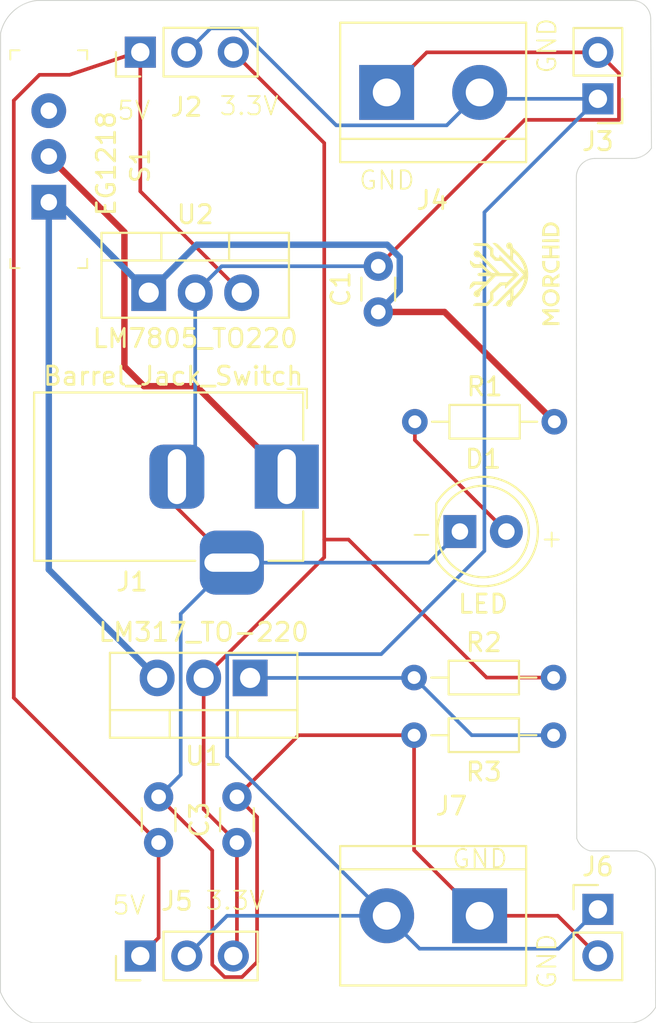
<source format=kicad_pcb>
(kicad_pcb (version 20240108) (generator "pcbnew") (generator_version "8.0")
  (layers (0 "F.Cu" signal) (31 "B.Cu" signal) (34 "B.Paste" user) (35 "F.Paste" user) (36 "B.SilkS" user "B.Silkscreen") (37 "F.SilkS" user "F.Silkscreen") (38 "B.Mask" user) (39 "F.Mask" user) (44 "Edge.Cuts" user))
  (net 0 "")
  (net 1 "/12V")
  (net 2 "GND")
  (net 3 "/5V")
  (net 4 "/3.3V")
  (net 5 "Net-(D1-A)")
  (net 6 "/PWR_input")
  (net 7 "/PWR_output")
  (net 8 "Net-(U1-ADJ)")
  (footprint "Resistor_THT:R_Axial_DIN0204_L3.6mm_D1.6mm_P7.62mm_Horizontal" (layer "F.Cu") (at 90.9574 82.9814)
    (property "Reference" "R2" (at 3.81 -1.92 0) (layer "F.SilkS"))
    (property "Value" "330")
    (fp_line (start 0.94 0) (end 1.89 0) (stroke (width 0.12)) (layer "F.SilkS"))
    (fp_line (start 1.89 -0.92) (end 1.89 0.92) (stroke (width 0.12)) (layer "F.SilkS"))
    (fp_line (start 1.89 0.92) (end 5.73 0.92) (stroke (width 0.12)) (layer "F.SilkS"))
    (fp_line (start 5.73 -0.92) (end 1.89 -0.92) (stroke (width 0.12)) (layer "F.SilkS"))
    (fp_line (start 5.73 0.92) (end 5.73 -0.92) (stroke (width 0.12)) (layer "F.SilkS"))
    (fp_line (start 6.68 0) (end 5.73 0) (stroke (width 0.12)) (layer "F.SilkS"))
    (pad "1" thru_hole circle (at 0 0) (size 1.4 1.4) (drill 0.7) (layers "*.Cu" "*.Mask") (net 8 "Net-(U1-ADJ)"))
    (pad "2" thru_hole oval (at 7.62 0) (size 1.4 1.4) (drill 0.7) (layers "*.Cu" "*.Mask") (net 4 "/3.3V"))
  )
  (footprint "Connector_BarrelJack:BarrelJack_Horizontal" (layer "F.Cu") (at 84 72)
    (property "Reference" "J1" (at -8.45 5.75 0) (layer "F.SilkS"))
    (property "Value" "Barrel_Jack_Switch" (at -6.2 -5.5 0) (layer "F.SilkS"))
    (fp_line (start -13.8 -4.6) (end 0.9 -4.6) (stroke (width 0.12)) (layer "F.SilkS"))
    (fp_line (start -13.8 4.6) (end -13.8 -4.6) (stroke (width 0.12)) (layer "F.SilkS"))
    (fp_line (start -5 4.6) (end -13.8 4.6) (stroke (width 0.12)) (layer "F.SilkS"))
    (fp_line (start 0.05 -4.8) (end 1.1 -4.8) (stroke (width 0.12)) (layer "F.SilkS"))
    (fp_line (start 0.9 -4.6) (end 0.9 -2) (stroke (width 0.12)) (layer "F.SilkS"))
    (fp_line (start 0.9 1.9) (end 0.9 4.6) (stroke (width 0.12)) (layer "F.SilkS"))
    (fp_line (start 0.9 4.6) (end -1 4.6) (stroke (width 0.12)) (layer "F.SilkS"))
    (fp_line (start 1.1 -3.75) (end 1.1 -4.8) (stroke (width 0.12)) (layer "F.SilkS"))
    (pad "1" thru_hole rect (at 0 0) (size 3.5 3.5) (drill oval 1 3) (layers "*.Cu" "*.Mask") (net 6 "/PWR_input"))
    (pad "2" thru_hole roundrect (at -6 0) (size 3 3.5) (drill oval 1 3) (layers "*.Cu" "*.Mask") (net 2 "GND"))
    (pad "3" thru_hole roundrect (at -3 4.7) (size 3.5 3.5) (drill oval 3 1) (layers "*.Cu" "*.Mask") (net 2 "GND"))
  )
  (footprint "Capacitor_THT:C_Disc_D3.0mm_W1.6mm_P2.50mm" (layer "F.Cu") (at 81.28 92 90)
    (property "Reference" "C3" (at 1.25 -2.05 90) (layer "F.SilkS"))
    (property "Value" "1u")
    (fp_line (start 0.621 -0.92) (end 1.879 -0.92) (stroke (width 0.12)) (layer "F.SilkS"))
    (fp_line (start 0.621 0.92) (end 1.879 0.92) (stroke (width 0.12)) (layer "F.SilkS"))
    (pad "1" thru_hole circle (at 0 0 90) (size 1.6 1.6) (drill 0.8) (layers "*.Cu" "*.Mask") (net 4 "/3.3V"))
    (pad "2" thru_hole circle (at 2.5 0 90) (size 1.6 1.6) (drill 0.8) (layers "*.Cu" "*.Mask") (net 2 "GND"))
  )
  (footprint "Package_TO_SOT_THT:TO-220-3_Vertical" (layer "F.Cu") (at 76.46 61.945)
    (property "Reference" "U2" (at 2.54 -4.27 0) (layer "F.SilkS"))
    (property "Value" "LM7805_TO220" (at 2.54 2.5 0) (layer "F.SilkS"))
    (fp_line (start -2.58 -3.27) (end -2.58 1.371) (stroke (width 0.12)) (layer "F.SilkS"))
    (fp_line (start -2.58 -3.27) (end 7.66 -3.27) (stroke (width 0.12)) (layer "F.SilkS"))
    (fp_line (start -2.58 -1.76) (end 7.66 -1.76) (stroke (width 0.12)) (layer "F.SilkS"))
    (fp_line (start -2.58 1.371) (end 7.66 1.371) (stroke (width 0.12)) (layer "F.SilkS"))
    (fp_line (start 0.69 -3.27) (end 0.69 -1.76) (stroke (width 0.12)) (layer "F.SilkS"))
    (fp_line (start 4.391 -3.27) (end 4.391 -1.76) (stroke (width 0.12)) (layer "F.SilkS"))
    (fp_line (start 7.66 -3.27) (end 7.66 1.371) (stroke (width 0.12)) (layer "F.SilkS"))
    (pad "1" thru_hole rect (at 0 0) (size 1.905 2) (drill 1.1) (layers "*.Cu" "*.Mask") (net 1 "/12V"))
    (pad "2" thru_hole oval (at 2.54 0) (size 1.905 2) (drill 1.1) (layers "*.Cu" "*.Mask") (net 2 "GND"))
    (pad "3" thru_hole oval (at 5.08 0) (size 1.905 2) (drill 1.1) (layers "*.Cu" "*.Mask") (net 3 "/5V"))
  )
  (footprint "Capacitor_THT:C_Disc_D3.0mm_W1.6mm_P2.50mm" (layer "F.Cu") (at 77 92 90)
    (property "Reference" "C2" (hide yes))
    (property "Value" "0.1u")
    (fp_line (start 0.621 -0.92) (end 1.879 -0.92) (stroke (width 0.12)) (layer "F.SilkS"))
    (fp_line (start 0.621 0.92) (end 1.879 0.92) (stroke (width 0.12)) (layer "F.SilkS"))
    (pad "1" thru_hole circle (at 0 0 90) (size 1.6 1.6) (drill 0.8) (layers "*.Cu" "*.Mask") (net 3 "/5V"))
    (pad "2" thru_hole circle (at 2.5 0 90) (size 1.6 1.6) (drill 0.8) (layers "*.Cu" "*.Mask") (net 2 "GND"))
  )
  (footprint "Connector_PinHeader_2.54mm:PinHeader_1x02_P2.54mm_Vertical" (layer "F.Cu") (at 101 95.65)
    (property "Reference" "J6" (at 0 -2.33 0) (layer "F.SilkS"))
    (property "Value" "Conn_01x02" (hide yes))
    (fp_line (start -1.33 -1.33) (end 0 -1.33) (stroke (width 0.12)) (layer "F.SilkS"))
    (fp_line (start -1.33 0) (end -1.33 -1.33) (stroke (width 0.12)) (layer "F.SilkS"))
    (fp_line (start -1.33 1.27) (end -1.33 3.87) (stroke (width 0.12)) (layer "F.SilkS"))
    (fp_line (start -1.33 1.27) (end 1.33 1.27) (stroke (width 0.12)) (layer "F.SilkS"))
    (fp_line (start -1.33 3.87) (end 1.33 3.87) (stroke (width 0.12)) (layer "F.SilkS"))
    (fp_line (start 1.33 1.27) (end 1.33 3.87) (stroke (width 0.12)) (layer "F.SilkS"))
    (pad "1" thru_hole rect (at 0 0) (size 1.7 1.7) (drill 1) (layers "*.Cu" "*.Mask") (net 7 "/PWR_output"))
    (pad "2" thru_hole oval (at 0 2.54) (size 1.7 1.7) (drill 1) (layers "*.Cu" "*.Mask") (net 2 "GND"))
  )
  (footprint "Connector_PinHeader_2.54mm:PinHeader_1x02_P2.54mm_Vertical" (layer "F.Cu") (at 101 51.35 180)
    (property "Reference" "J3" (at 0 -2.33 0) (layer "F.SilkS"))
    (property "Value" "Conn_01x02" (hide yes))
    (fp_line (start 1.33 1.27) (end 1.33 3.87) (stroke (width 0.12)) (layer "F.SilkS"))
    (fp_line (start -1.33 3.87) (end 1.33 3.87) (stroke (width 0.12)) (layer "F.SilkS"))
    (fp_line (start -1.33 1.27) (end 1.33 1.27) (stroke (width 0.12)) (layer "F.SilkS"))
    (fp_line (start -1.33 1.27) (end -1.33 3.87) (stroke (width 0.12)) (layer "F.SilkS"))
    (fp_line (start -1.33 0) (end -1.33 -1.33) (stroke (width 0.12)) (layer "F.SilkS"))
    (fp_line (start -1.33 -1.33) (end 0 -1.33) (stroke (width 0.12)) (layer "F.SilkS"))
    (pad "1" thru_hole rect (at 0 0 180) (size 1.7 1.7) (drill 1) (layers "*.Cu" "*.Mask") (net 7 "/PWR_output"))
    (pad "2" thru_hole oval (at 0 2.54 180) (size 1.7 1.7) (drill 1) (layers "*.Cu" "*.Mask") (net 2 "GND"))
  )
  (footprint "digikey-footprints:Switch_Slide_11.6x4mm_EG1218" (layer "F.Cu") (at 71 57 90)
    (property "Reference" "S1" (at 2 5 90) (layer "F.SilkS"))
    (property "Value" "EG1218" (at 2.11 3.14 90) (layer "F.SilkS"))
    (fp_line (start 8.3 -2.1) (end 7.8 -2.1) (stroke (width 0.1)) (layer "F.SilkS"))
    (fp_line (start 8.3 -2.1) (end 8.3 -1.6) (stroke (width 0.1)) (layer "F.SilkS"))
    (fp_line (start -3.6 -2.1) (end -3.1 -2.1) (stroke (width 0.1)) (layer "F.SilkS"))
    (fp_line (start -3.6 -2.1) (end -3.6 -1.6) (stroke (width 0.1)) (layer "F.SilkS"))
    (fp_line (start 8.3 2.1) (end 8.3 1.6) (stroke (width 0.1)) (layer "F.SilkS"))
    (fp_line (start 8.3 2.1) (end 7.8 2.1) (stroke (width 0.1)) (layer "F.SilkS"))
    (fp_line (start -3.6 2.1) (end -3.6 1.6) (stroke (width 0.1)) (layer "F.SilkS"))
    (fp_line (start -3.6 2.1) (end -3.1 2.1) (stroke (width 0.1)) (layer "F.SilkS"))
    (pad "1" thru_hole rect (at 0 0 90) (size 1.9 1.9) (drill 0.9) (layers "*.Cu" "*.Mask") (net 1 "/12V"))
    (pad "2" thru_hole circle (at 2.5 0 90) (size 1.9 1.9) (drill 0.9) (layers "*.Cu" "*.Mask") (net 6 "/PWR_input"))
    (pad "3" thru_hole circle (at 5 0 90) (size 1.9 1.9) (drill 0.9) (layers "*.Cu" "*.Mask"))
  )
  (footprint "Capacitor_THT:C_Disc_D3.0mm_W1.6mm_P2.50mm" (layer "F.Cu") (at 89 63 90)
    (property "Reference" "C1" (at 1.25 -2.05 90) (layer "F.SilkS"))
    (property "Value" "10u")
    (fp_line (start 0.621 -0.92) (end 1.879 -0.92) (stroke (width 0.12)) (layer "F.SilkS"))
    (fp_line (start 0.621 0.92) (end 1.879 0.92) (stroke (width 0.12)) (layer "F.SilkS"))
    (pad "1" thru_hole circle (at 0 0 90) (size 1.6 1.6) (drill 0.8) (layers "*.Cu" "*.Mask") (net 1 "/12V"))
    (pad "2" thru_hole circle (at 2.5 0 90) (size 1.6 1.6) (drill 0.8) (layers "*.Cu" "*.Mask") (net 2 "GND"))
  )
  (footprint "Package_TO_SOT_THT:TO-220-3_Vertical" (layer "F.Cu") (at 82 83 180)
    (property "Reference" "U1" (at 2.54 -4.27 0) (layer "F.SilkS"))
    (property "Value" "LM317_TO-220" (at 2.54 2.5 0) (layer "F.SilkS"))
    (fp_line (start 7.66 -3.27) (end 7.66 1.371) (stroke (width 0.12)) (layer "F.SilkS"))
    (fp_line (start 4.391 -3.27) (end 4.391 -1.76) (stroke (width 0.12)) (layer "F.SilkS"))
    (fp_line (start 0.69 -3.27) (end 0.69 -1.76) (stroke (width 0.12)) (layer "F.SilkS"))
    (fp_line (start -2.58 1.371) (end 7.66 1.371) (stroke (width 0.12)) (layer "F.SilkS"))
    (fp_line (start -2.58 -1.76) (end 7.66 -1.76) (stroke (width 0.12)) (layer "F.SilkS"))
    (fp_line (start -2.58 -3.27) (end 7.66 -3.27) (stroke (width 0.12)) (layer "F.SilkS"))
    (fp_line (start -2.58 -3.27) (end -2.58 1.371) (stroke (width 0.12)) (layer "F.SilkS"))
    (pad "1" thru_hole rect (at 0 0 180) (size 1.905 2) (drill 1.1) (layers "*.Cu" "*.Mask") (net 8 "Net-(U1-ADJ)"))
    (pad "2" thru_hole oval (at 2.54 0 180) (size 1.905 2) (drill 1.1) (layers "*.Cu" "*.Mask") (net 4 "/3.3V"))
    (pad "3" thru_hole oval (at 5.08 0 180) (size 1.905 2) (drill 1.1) (layers "*.Cu" "*.Mask") (net 1 "/12V"))
  )
  (footprint "TerminalBlock:TerminalBlock_bornier-2_P5.08mm" (layer "F.Cu") (at 89.46 51)
    (property "Reference" "J4" (at 2.488 5.896 0) (layer "F.SilkS"))
    (property "Value" "Screw_Terminal_01x02" (hide yes))
    (fp_line (start -2.54 -3.81) (end -2.54 3.81) (stroke (width 0.12)) (layer "F.SilkS"))
    (fp_line (start -2.54 3.81) (end 7.62 3.81) (stroke (width 0.12)) (layer "F.SilkS"))
    (fp_line (start 7.62 -3.81) (end -2.54 -3.81) (stroke (width 0.12)) (layer "F.SilkS"))
    (fp_line (start 7.62 2.54) (end -2.54 2.54) (stroke (width 0.12)) (layer "F.SilkS"))
    (fp_line (start 7.62 3.81) (end 7.62 -3.81) (stroke (width 0.12)) (layer "F.SilkS"))
    (pad "1" thru_hole rect (at 0 0) (size 3 3) (drill 1.52) (layers "*.Cu" "*.Mask") (net 2 "GND"))
    (pad "2" thru_hole circle (at 5.08 0) (size 3 3) (drill 1.52) (layers "*.Cu" "*.Mask") (net 7 "/PWR_output"))
  )
  (footprint "TerminalBlock:TerminalBlock_bornier-2_P5.08mm" (layer "F.Cu") (at 94.54 96 180)
    (property "Reference" "J7" (at 1.54 6 0) (layer "F.SilkS"))
    (property "Value" "Screw_Terminal_01x02" (hide yes))
    (fp_line (start 7.62 3.81) (end 7.62 -3.81) (stroke (width 0.12)) (layer "F.SilkS"))
    (fp_line (start 7.62 2.54) (end -2.54 2.54) (stroke (width 0.12)) (layer "F.SilkS"))
    (fp_line (start 7.62 -3.81) (end -2.54 -3.81) (stroke (width 0.12)) (layer "F.SilkS"))
    (fp_line (start -2.54 3.81) (end 7.62 3.81) (stroke (width 0.12)) (layer "F.SilkS"))
    (fp_line (start -2.54 -3.81) (end -2.54 3.81) (stroke (width 0.12)) (layer "F.SilkS"))
    (pad "1" thru_hole rect (at 0 0 180) (size 3 3) (drill 1.52) (layers "*.Cu" "*.Mask") (net 2 "GND"))
    (pad "2" thru_hole circle (at 5.08 0 180) (size 3 3) (drill 1.52) (layers "*.Cu" "*.Mask") (net 7 "/PWR_output"))
  )
  (footprint "Resistor_THT:R_Axial_DIN0204_L3.6mm_D1.6mm_P7.62mm_Horizontal" (layer "F.Cu") (at 90.9574 86.1314)
    (property "Reference" "R3" (at 3.81 2.0066 0) (layer "F.SilkS"))
    (property "Value" "560")
    (fp_line (start 0.94 0) (end 1.89 0) (stroke (width 0.12)) (layer "F.SilkS"))
    (fp_line (start 1.89 -0.92) (end 1.89 0.92) (stroke (width 0.12)) (layer "F.SilkS"))
    (fp_line (start 1.89 0.92) (end 5.73 0.92) (stroke (width 0.12)) (layer "F.SilkS"))
    (fp_line (start 5.73 -0.92) (end 1.89 -0.92) (stroke (width 0.12)) (layer "F.SilkS"))
    (fp_line (start 5.73 0.92) (end 5.73 -0.92) (stroke (width 0.12)) (layer "F.SilkS"))
    (fp_line (start 6.68 0) (end 5.73 0) (stroke (width 0.12)) (layer "F.SilkS"))
    (pad "1" thru_hole circle (at 0 0) (size 1.4 1.4) (drill 0.7) (layers "*.Cu" "*.Mask") (net 2 "GND"))
    (pad "2" thru_hole oval (at 7.62 0) (size 1.4 1.4) (drill 0.7) (layers "*.Cu" "*.Mask") (net 8 "Net-(U1-ADJ)"))
  )
  (footprint "Connector_PinHeader_2.54mm:PinHeader_1x03_P2.54mm_Vertical" (layer "F.Cu") (at 76 48.8 90)
    (property "Reference" "J2" (at -3 2.525 180) (layer "F.SilkS"))
    (property "Value" "Conn_01x03" (hide yes))
    (fp_line (start -1.33 -1.33) (end 0 -1.33) (stroke (width 0.12)) (layer "F.SilkS"))
    (fp_line (start -1.33 0) (end -1.33 -1.33) (stroke (width 0.12)) (layer "F.SilkS"))
    (fp_line (start 1.33 1.27) (end 1.33 6.41) (stroke (width 0.12)) (layer "F.SilkS"))
    (fp_line (start -1.33 1.27) (end 1.33 1.27) (stroke (width 0.12)) (layer "F.SilkS"))
    (fp_line (start -1.33 1.27) (end -1.33 6.41) (stroke (width 0.12)) (layer "F.SilkS"))
    (fp_line (start -1.33 6.41) (end 1.33 6.41) (stroke (width 0.12)) (layer "F.SilkS"))
    (pad "1" thru_hole rect (at 0 0 90) (size 1.7 1.7) (drill 1) (layers "*.Cu" "*.Mask") (net 3 "/5V"))
    (pad "2" thru_hole oval (at 0 2.54 90) (size 1.7 1.7) (drill 1) (layers "*.Cu" "*.Mask") (net 7 "/PWR_output"))
    (pad "3" thru_hole oval (at 0 5.08 90) (size 1.7 1.7) (drill 1) (layers "*.Cu" "*.Mask") (net 4 "/3.3V"))
  )
  (footprint "Connector_PinHeader_2.54mm:PinHeader_1x03_P2.54mm_Vertical" (layer "F.Cu") (at 76 98.2 90)
    (property "Reference" "J5" (at 3 2 180) (layer "F.SilkS"))
    (property "Value" "Conn_01x03" (hide yes))
    (fp_line (start -1.33 -1.33) (end 0 -1.33) (stroke (width 0.12)) (layer "F.SilkS"))
    (fp_line (start -1.33 0) (end -1.33 -1.33) (stroke (width 0.12)) (layer "F.SilkS"))
    (fp_line (start 1.33 1.27) (end 1.33 6.41) (stroke (width 0.12)) (layer "F.SilkS"))
    (fp_line (start -1.33 1.27) (end 1.33 1.27) (stroke (width 0.12)) (layer "F.SilkS"))
    (fp_line (start -1.33 1.27) (end -1.33 6.41) (stroke (width 0.12)) (layer "F.SilkS"))
    (fp_line (start -1.33 6.41) (end 1.33 6.41) (stroke (width 0.12)) (layer "F.SilkS"))
    (pad "1" thru_hole rect (at 0 0 90) (size 1.7 1.7) (drill 1) (layers "*.Cu" "*.Mask") (net 3 "/5V"))
    (pad "2" thru_hole oval (at 0 2.54 90) (size 1.7 1.7) (drill 1) (layers "*.Cu" "*.Mask") (net 7 "/PWR_output"))
    (pad "3" thru_hole oval (at 0 5.08 90) (size 1.7 1.7) (drill 1) (layers "*.Cu" "*.Mask") (net 4 "/3.3V"))
  )
  (footprint "LED_THT:LED_D5.0mm" (layer "F.Cu") (at 93.46 75)
    (property "Reference" "D1" (at 1.27 -3.96 0) (layer "F.SilkS"))
    (property "Value" "LED" (at 1.27 3.96 0) (layer "F.SilkS"))
    (fp_line (start -1.29 -1.545) (end -1.29 1.545) (stroke (width 0.12)) (layer "F.SilkS"))
    (fp_arc (start -1.29 -1.54483) (mid 2.072002 -2.880433) (end 4.26 0.000462) (stroke (width 0.12)) (layer "F.SilkS"))
    (fp_arc (start 4.26 -0.000462) (mid 2.072002 2.880433) (end -1.29 1.54483) (stroke (width 0.12)) (layer "F.SilkS"))
    (fp_circle (center 1.27 0) (end 3.77 0) (stroke (width 0.12)) (fill none) (layer "F.SilkS"))
    (pad "1" thru_hole rect (at 0 0) (size 1.8 1.8) (drill 0.9) (layers "*.Cu" "*.Mask") (net 2 "GND"))
    (pad "2" thru_hole circle (at 2.54 0) (size 1.8 1.8) (drill 0.9) (layers "*.Cu" "*.Mask") (net 5 "Net-(D1-A)"))
  )
  (footprint "LOGO" (layer "F.Cu") (at 96.52 60.96 90)
    (property "Reference" "G***" (hide yes))
    (property "Value" "LOGO" (hide yes))
    (fp_poly (pts (xy 1.854376 1.434784) (xy 1.92591 1.441681) (xy 1.93185 1.909402) (xy 1.937791 2.377123) (xy 1.860317 2.377123) (xy 1.782842 2.377123) (xy 1.782842 1.902505) (xy 1.782842 1.427887)) (fill solid) (layer "F.SilkS"))
    (fp_poly (pts (xy 1.056499 1.62877) (xy 1.056499 1.826863) (xy 1.243588 1.826863) (xy 1.430676 1.826863) (xy 1.430676 1.62877) (xy 1.430676 1.430676) (xy 1.507712 1.430676) (xy 1.584749 1.430676) (xy 1.584749 1.9039) (xy 1.584749 2.377123) (xy 1.507712 2.377123) (xy 1.430676 2.377123) (xy 1.430676 2.17903) (xy 1.430676 1.980936) (xy 1.243588 1.980936) (xy 1.056499 1.980936) (xy 1.056499 2.17903) (xy 1.056499 2.377123) (xy 0.979463 2.377123) (xy 0.902426 2.377123) (xy 0.902426 1.9039) (xy 0.902426 1.430676) (xy 0.979463 1.430676) (xy 1.056499 1.430676)) (fill solid) (layer "F.SilkS"))
    (fp_poly (pts (xy 2.294584 1.430891) (xy 2.467196 1.446821) (xy 2.610855 1.493155) (xy 2.723781 1.568374) (xy 2.804197 1.670956) (xy 2.850322 1.799381) (xy 2.861352 1.915291) (xy 2.840313 2.051037) (xy 2.779925 2.173284) (xy 2.684286 2.275632) (xy 2.592601 2.335118) (xy 2.535523 2.357747) (xy 2.464796 2.370956) (xy 2.368174 2.376579) (xy 2.311969 2.377123) (xy 2.112998 2.377123) (xy 2.112998 1.9039) (xy 2.112998 1.901254) (xy 2.267071 1.901254) (xy 2.267071 2.22305) (xy 2.387363 2.22305) (xy 2.465428 2.219026) (xy 2.520402 2.202237) (xy 2.572846 2.165609) (xy 2.585184 2.154978) (xy 2.661385 2.061823) (xy 2.698646 1.955643) (xy 2.696532 1.844746) (xy 2.654609 1.737439) (xy 2.610092 1.678153) (xy 2.564015 1.632867) (xy 2.520077 1.607472) (xy 2.461149 1.594639) (xy 2.402323 1.589241) (xy 2.267071 1.579458) (xy 2.267071 1.901254) (xy 2.112998 1.901254) (xy 2.112998 1.430676)) (fill solid) (layer "F.SilkS"))
    (fp_poly (pts (xy 0.748354 1.519476) (xy 0.748354 1.608275) (xy 0.640741 1.594) (xy 0.510054 1.593795) (xy 0.401096 1.628402) (xy 0.317963 1.694868) (xy 0.264753 1.79024) (xy 0.247041 1.877802) (xy 0.252745 2.001291) (xy 0.293417 2.09928) (xy 0.370271 2.174529) (xy 0.380748 2.181387) (xy 0.427553 2.205389) (xy 0.479996 2.217267) (xy 0.552714 2.219264) (xy 0.611171 2.21671) (xy 0.771128 2.207602) (xy 0.756821 2.28686) (xy 0.74656 2.339845) (xy 0.739529 2.369278) (xy 0.738803 2.370914) (xy 0.71208 2.37892) (xy 0.655445 2.384411) (xy 0.582955 2.387062) (xy 0.508663 2.386548) (xy 0.446626 2.382542) (xy 0.420901 2.37827) (xy 0.319933 2.336151) (xy 0.233237 2.261427) (xy 0.166808 2.170429) (xy 0.106589 2.036672) (xy 0.090282 1.899863) (xy 0.117905 1.760263) (xy 0.137854 1.711011) (xy 0.213163 1.58994) (xy 0.313278 1.503688) (xy 0.440204 1.451087) (xy 0.595949 1.430967) (xy 0.619576 1.430676) (xy 0.748354 1.430676)) (fill solid) (layer "F.SilkS"))
    (fp_poly (pts (xy -1.130681 1.450719) (xy -1.00645 1.504149) (xy -0.907336 1.586233) (xy -0.836766 1.691272) (xy -0.798166 1.813567) (xy -0.794961 1.947418) (xy -0.830578 2.087126) (xy -0.852903 2.136458) (xy -0.933305 2.249485) (xy -1.04019 2.331695) (xy -1.165837 2.379984) (xy -1.302524 2.391246) (xy -1.427524 2.367512) (xy -1.532357 2.318846) (xy -1.613544 2.244802) (xy -1.68045 2.136574) (xy -1.686493 2.124004) (xy -1.731719 1.981017) (xy -1.732922 1.858255) (xy -1.580026 1.858255) (xy -1.575471 1.990811) (xy -1.538726 2.095505) (xy -1.471445 2.17029) (xy -1.375283 2.213124) (xy -1.284826 2.22305) (xy -1.203076 2.216843) (xy -1.129001 2.201026) (xy -1.099799 2.189662) (xy -1.026501 2.129428) (xy -0.978937 2.044772) (xy -0.956829 1.945943) (xy -0.959896 1.843194) (xy -0.987861 1.746772) (xy -1.040443 1.66693) (xy -1.115469 1.614698) (xy -1.225494 1.587217) (xy -1.337944 1.590633) (xy -1.439109 1.623063) (xy -1.501786 1.667711) (xy -1.545065 1.719765) (xy -1.568524 1.77715) (xy -1.580026 1.858255) (xy -1.732922 1.858255) (xy -1.733119 1.838166) (xy -1.69086 1.697148) (xy -1.634861 1.599669) (xy -1.546486 1.509281) (xy -1.431181 1.453014) (xy -1.290938 1.431801) (xy -1.276603 1.431643)) (fill solid) (layer "F.SilkS"))
    (fp_poly (pts (xy -1.892894 1.9039) (xy -1.892894 2.377123) (xy -1.969342 2.377123) (xy -2.04579 2.377123) (xy -2.051881 2.055804) (xy -2.057972 1.734484) (xy -2.173981 1.900713) (xy -2.227183 1.975248) (xy -2.272387 2.03547) (xy -2.302822 2.072501) (xy -2.310234 2.079453) (xy -2.340943 2.073627) (xy -2.386364 2.030425) (xy -2.443841 1.952924) (xy -2.505728 1.852867) (xy -2.586222 1.713793) (xy -2.592298 2.045458) (xy -2.598373 2.377123) (xy -2.674837 2.377123) (xy -2.7513 2.377123) (xy -2.754968 1.94792) (xy -2.756198 1.812723) (xy -2.757447 1.690971) (xy -2.758626 1.590158) (xy -2.759647 1.51778) (xy -2.760422 1.481332) (xy -2.760471 1.480199) (xy -2.750889 1.453096) (xy -2.712047 1.442467) (xy -2.686367 1.441681) (xy -2.650086 1.444324) (xy -2.619494 1.456679) (xy -2.587323 1.485385) (xy -2.546306 1.53708) (xy -2.489175 1.618403) (xy -2.482898 1.627542) (xy -2.427585 1.707363) (xy -2.380436 1.773947) (xy -2.347653 1.818613) (xy -2.336808 1.831961) (xy -2.318103 1.822263) (xy -2.281133 1.782009) (xy -2.231343 1.717733) (xy -2.177282 1.640597) (xy -2.115251 1.549637) (xy -2.070574 1.489475) (xy -2.036883 1.453827) (xy -2.007812 1.436408) (xy -1.976992 1.430933) (xy -1.964604 1.430676) (xy -1.892894 1.430676)) (fill solid) (layer "F.SilkS"))
    (fp_poly (pts (xy -0.319298 1.437198) (xy -0.216458 1.455017) (xy -0.140054 1.491526) (xy -0.082304 1.549475) (xy -0.066378 1.573182) (xy -0.030825 1.667121) (xy -0.028039 1.769388) (xy -0.05552 1.86681) (xy -0.110768 1.946217) (xy -0.141932 1.971211) (xy -0.179547 2.000537) (xy -0.183135 2.024172) (xy -0.168641 2.044457) (xy -0.14187 2.078871) (xy -0.098614 2.1382) (xy -0.047188 2.210987) (xy -0.034992 2.228553) (xy 0.067797 2.377123) (xy -0.031162 2.377123) (xy -0.13012 2.377123) (xy -0.219887 2.223421) (xy -0.283439 2.123989) (xy -0.33761 2.062158) (xy -0.387209 2.033861) (xy -0.437042 2.035027) (xy -0.441039 2.036226) (xy -0.463457 2.048566) (xy -0.476517 2.074486) (xy -0.482634 2.123902) (xy -0.484224 2.206733) (xy -0.484229 2.213528) (xy -0.484229 2.377123) (xy -0.572708 2.377123) (xy -0.661187 2.377123) (xy -0.655247 1.909402) (xy -0.653115 1.741547) (xy -0.484229 1.741547) (xy -0.484229 1.898346) (xy -0.36277 1.888273) (xy -0.274625 1.874392) (xy -0.221663 1.848923) (xy -0.209398 1.836024) (xy -0.18159 1.769363) (xy -0.181398 1.693608) (xy -0.208514 1.629705) (xy -0.21251 1.625) (xy -0.253453 1.598126) (xy -0.320009 1.586115) (xy -0.366583 1.584749) (xy -0.484229 1.584749) (xy -0.484229 1.741547) (xy -0.653115 1.741547) (xy -0.649307 1.441681) (xy -0.456356 1.435316)) (fill solid) (layer "F.SilkS"))
    (fp_poly (pts (xy 1.734623 -1.19327) (xy 1.735282 -1.145698) (xy 1.727597 -1.101038) (xy 1.708035 -1.054519) (xy 1.673063 -1.001368) (xy 1.619149 -0.936814) (xy 1.542758 -0.856085) (xy 1.440358 -0.754408) (xy 1.332438 -0.65007) (xy 1.235277 -0.55591) (xy 1.149989 -0.471689) (xy 1.081349 -0.402254) (xy 1.034133 -0.352451) (xy 1.013117 -0.327124) (xy 1.012478 -0.325417) (xy 1.0328 -0.317612) (xy 1.087029 -0.311643) (xy 1.165062 -0.308442) (xy 1.199567 -0.308145) (xy 1.290702 -0.309032) (xy 1.346387 -0.312978) (xy 1.375176 -0.321916) (xy 1.385625 -0.337774) (xy 1.386655 -0.350366) (xy 1.406559 -0.428679) (xy 1.460639 -0.488656) (xy 1.540451 -0.52297) (xy 1.591693 -0.528249) (xy 1.668822 -0.510345) (xy 1.724199 -0.463879) (xy 1.755123 -0.399723) (xy 1.758889 -0.328749) (xy 1.732798 -0.261829) (xy 1.674147 -0.209833) (xy 1.671216 -0.208285) (xy 1.603997 -0.184473) (xy 1.544509 -0.176083) (xy 1.506044 -0.169425) (xy 1.465087 -0.145321) (xy 1.413478 -0.097576) (xy 1.351186 -0.029279) (xy 1.165827 0.163153) (xy 0.973086 0.32818) (xy 0.778784 0.46154) (xy 0.588744 0.55897) (xy 0.505093 0.590309) (xy 0.286436 0.649092) (xy 0.080002 0.675276) (xy -0.130275 0.669988) (xy -0.296996 0.646623) (xy -0.519095 0.58494) (xy -0.741134 0.48075) (xy -0.960802 0.335509) (xy -1.175787 0.150675) (xy -1.317453 0.003858) (xy -1.393658 -0.078557) (xy -1.449266 -0.132062) (xy -1.191559 -0.132062) (xy -1.144733 -0.066301) (xy -1.096309 -0.011113) (xy -1.0213 0.059633) (xy -0.929933 0.137359) (xy -0.832435 0.213485) (xy -0.739035 0.279434) (xy -0.711436 0.297141) (xy -0.634742 0.339125) (xy -0.545878 0.379002) (xy -0.453448 0.414074) (xy -0.366058 0.441645) (xy -0.292313 0.459016) (xy -0.240816 0.463489) (xy -0.23231 0.458907) (xy 0.220104 0.458907) (xy 0.228095 0.470142) (xy 0.256144 0.470356) (xy 0.310369 0.458412) (xy 0.396886 0.433174) (xy 0.452631 0.415703) (xy 0.600207 0.354707) (xy 0.766844 0.259009) (xy 0.909889 0.160672) (xy 0.969365 0.112454) (xy 1.034706 0.052053) (xy 1.097503 -0.011723) (xy 1.149345 -0.070067) (xy 1.181821 -0.114175) (xy 1.188562 -0.131119) (xy 1.167577 -0.142977) (xy 1.108487 -0.15086) (xy 1.017087 -0.154041) (xy 1.005574 -0.154073) (xy 0.822586 -0.154073) (xy 0.521345 0.141816) (xy 0.427619 0.234934) (xy 0.345783 0.318259) (xy 0.280694 0.386678) (xy 0.237207 0.435081) (xy 0.22018 0.458356) (xy 0.220104 0.458907) (xy -0.23231 0.458907) (xy -0.220173 0.452369) (xy -0.220104 0.451166) (xy -0.234966 0.432897) (xy -0.276285 0.388788) (xy -0.339163 0.323896) (xy -0.418702 0.243277) (xy -0.507953 0.154025) (xy -0.795803 -0.132062) (xy -0.993681 -0.132062) (xy -1.191559 -0.132062) (xy -1.449266 -0.132062) (xy -1.449328 -0.132122) (xy -1.491428 -0.162363) (xy -1.526919 -0.174807) (xy -1.544153 -0.176083) (xy -1.634839 -0.192049) (xy -1.704875 -0.234351) (xy -1.749691 -0.294601) (xy -1.764717 -0.364407) (xy -1.745384 -0.435379) (xy -1.70989 -0.480392) (xy -1.642103 -0.519178) (xy -1.565068 -0.526697) (xy -1.490148 -0.507036) (xy -1.428704 -0.464279) (xy -1.392101 -0.402513) (xy -1.386655 -0.364172) (xy -1.385083 -0.337202) (xy -1.374598 -0.320667) (xy -1.346548 -0.312015) (xy -1.29228 -0.308692) (xy -1.203143 -0.308146) (xy -1.196763 -0.308145) (xy -1.006872 -0.308145) (xy -1.101805 -0.412695) (xy -1.150769 -0.46482) (xy -1.223156 -0.539577) (xy -1.310943 -0.62879) (xy -1.406111 -0.72428) (xy -1.456774 -0.774614) (xy -1.716811 -1.031983) (xy -1.716811 -1.158196) (xy -1.716811 -1.284409) (xy -1.128033 -0.705141) (xy -0.986419 -0.565689) (xy -0.847328 -0.428487) (xy -0.715672 -0.298398) (xy -0.596365 -0.180287) (xy -0.494323 -0.079018) (xy -0.414458 0.000544) (xy -0.36649 0.048676) (xy -0.28424 0.130965) (xy -0.201806 0.212066) (xy -0.130902 0.280519) (xy -0.096862 0.312509) (xy 0 0.401794) (xy 0.10455 0.307377) (xy 0.141227 0.272928) (xy 0.205596 0.210998) (xy 0.294076 0.125088) (xy 0.403087 0.018698) (xy 0.529047 -0.104671) (xy 0.668377 -0.241516) (xy 0.817496 -0.388339) (xy 0.968458 -0.537324) (xy 1.727816 -1.287608)) (fill solid) (layer "F.SilkS"))
    (fp_poly (pts (xy -0.663016 -2.520872) (xy -0.599653 -2.508845) (xy -0.549448 -2.493567) (xy -0.532711 -2.484604) (xy -0.490753 -2.450513) (xy -0.439072 -2.405554) (xy -0.434705 -2.401619) (xy -0.374177 -2.346877) (xy -0.373681 -1.993326) (xy -0.373184 -1.639775) (xy -0.230613 -1.496915) (xy -0.088041 -1.354055) (xy -0.088041 -1.699263) (xy -0.08775 -1.829888) (xy -0.086273 -1.923568) (xy -0.082704 -1.987379) (xy -0.07614 -2.028395) (xy -0.065675 -2.053692) (xy -0.050403 -2.070344) (xy -0.039539 -2.078443) (xy 0.002772 -2.100264) (xy 0.03946 -2.091579) (xy 0.054005 -2.082598) (xy 0.074525 -2.064132) (xy 0.088643 -2.035157) (xy 0.098191 -1.986991) (xy 0.105 -1.910948) (xy 0.110052 -1.816819) (xy 0.121057 -1.580856) (xy 0.247617 -1.724261) (xy 0.374177 -1.867666) (xy 0.374177 -2.098671) (xy 0.374177 -2.329677) (xy 0.478726 -2.419289) (xy 0.543542 -2.470749) (xy 0.595344 -2.497844) (xy 0.651576 -2.507995) (xy 0.68972 -2.509043) (xy 0.796165 -2.509185) (xy 0.684218 -2.368499) (xy 0.628353 -2.296224) (xy 0.59502 -2.243625) (xy 0.578431 -2.196676) (xy 0.572798 -2.14135) (xy 0.572271 -2.097181) (xy 0.572271 -1.966549) (xy 0.638302 -1.976241) (xy 0.684298 -1.976971) (xy 0.704305 -1.965359) (xy 0.704333 -1.964748) (xy 0.689295 -1.942616) (xy 0.647981 -1.89628) (xy 0.586093 -1.831789) (xy 0.509332 -1.755192) (xy 0.47897 -1.725638) (xy 0.356391 -1.60632) (xy 0.262312 -1.512148) (xy 0.193019 -1.438267) (xy 0.1448 -1.379821) (xy 0.11394 -1.331954) (xy 0.096726 -1.289811) (xy 0.089446 -1.248534) (xy 0.088271 -1.214736) (xy 0.0885 -1.111525) (xy 0.521391 -1.546581) (xy 0.954282 -1.981638) (xy 0.949403 -2.088573) (xy 0.949758 -2.157427) (xy 0.963738 -2.201811) (xy 0.998745 -2.240831) (xy 1.013205 -2.2533) (xy 1.087524 -2.300251) (xy 1.157351 -2.307467) (xy 1.217522 -2.285486) (xy 1.28608 -2.230953) (xy 1.31701 -2.156954) (xy 1.319924 -2.120175) (xy 1.309356 -2.061517) (xy 1.269518 -2.013594) (xy 1.250973 -1.999118) (xy 1.219084 -1.971807) (xy 1.160115 -1.917465) (xy 1.078228 -1.840075) (xy 0.977582 -1.74362) (xy 0.86234 -1.632082) (xy 0.736662 -1.509444) (xy 0.634682 -1.40925) (xy 0.088042 -0.870581) (xy 0.088042 -0.502895) (xy 0.088042 -0.135209) (xy 0.418198 -0.466556) (xy 0.748354 -0.797903) (xy 0.748354 -0.966355) (xy 0.748354 -1.134807) (xy 0.886511 -1.271736) (xy 1.024668 -1.408665) (xy 1.178901 -1.408665) (xy 1.333133 -1.408665) (xy 1.447936 -1.524912) (xy 1.562738 -1.641159) (xy 1.562738 -1.94311) (xy 1.5633 -2.065703) (xy 1.565656 -2.152192) (xy 1.570813 -2.210484) (xy 1.579776 -2.248488) (xy 1.593553 -2.274113) (xy 1.606759 -2.289081) (xy 1.658186 -2.325748) (xy 1.700664 -2.329211) (xy 1.72266 -2.305587) (xy 1.725695 -2.2752) (xy 1.727312 -2.208839) (xy 1.727474 -2.114524) (xy 1.726147 -2.000281) (xy 1.72441 -1.916714) (xy 1.715601 -1.555357) (xy 1.57116 -1.39397) (xy 1.426719 -1.232582) (xy 1.261661 -1.232582) (xy 1.175964 -1.231456) (xy 1.119834 -1.22495) (xy 1.078822 -1.208371) (xy 1.03848 -1.177025) (xy 1.01052 -1.15101) (xy 0.956782 -1.093582) (xy 0.930981 -1.044088) (xy 0.924437 -0.987261) (xy 0.927607 -0.933022) (xy 0.945663 -0.908494) (xy 0.991418 -0.899418) (xy 1.004427 -0.898252) (xy 1.084416 -0.891421) (xy 0.55011 -0.357669) (xy 0.424092 -0.232174) (xy 0.307893 -0.117212) (xy 0.205176 -0.016346) (xy 0.119603 0.066856) (xy 0.054838 0.128829) (xy 0.014544 0.166008) (xy 0.002399 0.175504) (xy -0.016168 0.160369) (xy -0.061279 0.118126) (xy -0.128574 0.053023) (xy -0.213698 -0.030697) (xy -0.312292 -0.128786) (xy -0.392902 -0.209678) (xy -0.7748 -0.594281) (xy -0.68454 -0.594281) (xy -0.594281 -0.594281) (xy -0.594281 -0.691166) (xy -0.595857 -0.731331) (xy -0.603746 -0.76631) (xy -0.622692 -0.803251) (xy -0.657436 -0.849304) (xy -0.712722 -0.911619) (xy -0.793291 -0.997345) (xy -0.806833 -1.011595) (xy -1.019386 -1.235138) (xy -1.204803 -1.230679) (xy -1.390219 -1.226219) (xy -1.553515 -1.388425) (xy -1.716811 -1.550631) (xy -1.716811 -1.941867) (xy -1.71657 -2.081808) (xy -1.715412 -2.18373) (xy -1.712688 -2.253634) (xy -1.707746 -2.297522) (xy -1.699935 -2.321394) (xy -1.688605 -2.331252) (xy -1.674388 -2.333102) (xy -1.632139 -2.316794) (xy -1.588121 -2.277325) (xy -1.586346 -2.275108) (xy -1.567817 -2.247598) (xy -1.555074 -2.214882) (xy -1.547057 -2.168636) (xy -1.542707 -2.100533) (xy -1.540964 -2.002248) (xy -1.540728 -1.916611) (xy -1.540728 -1.616109) (xy -1.435422 -1.512387) (xy -1.330117 -1.408665) (xy -1.143454 -1.408665) (xy -0.956792 -1.408665) (xy -0.687495 -1.13872) (xy -0.418197 -0.868775) (xy -0.418197 -0.679526) (xy -0.418197 -0.490276) (xy -0.253119 -0.316967) (xy -0.088041 -0.143659) (xy -0.088041 -0.625031) (xy -0.088041 -1.106403) (xy -0.52078 -1.530707) (xy -0.649277 -1.6564) (xy -0.750548 -1.754381) (xy -0.828607 -1.827952) (xy -0.887466 -1.880414) (xy -0.93114 -1.915072) (xy -0.963641 -1.935227) (xy -0.988982 -1.944183) (xy -1.011177 -1.945241) (xy -1.022735 -1.943778) (xy -1.093652 -1.951111) (xy -1.161219 -1.988121) (xy -1.212003 -2.044165) (xy -1.232571 -2.108597) (xy -1.232582 -2.110057) (xy -1.216956 -2.178216) (xy -1.178507 -2.248625) (xy -1.134811 -2.294247) (xy -1.071415 -2.314007) (xy -0.998754 -2.301357) (xy -0.929275 -2.262183) (xy -0.875424 -2.202368) (xy -0.85701 -2.162904) (xy -0.818808 -2.091942) (xy -0.748081 -2.006659) (xy -0.695602 -1.954657) (xy -0.561265 -1.829331) (xy -0.554921 -2.027352) (xy -0.548577 -2.225374) (xy -0.670476 -2.364218) (xy -0.726239 -2.429505) (xy -0.768597 -2.482474) (xy -0.790695 -2.514419) (xy -0.792374 -2.518962) (xy -0.773345 -2.527778) (xy -0.725569 -2.527799)) (fill solid) (layer "F.SilkS"))
  )
  (footprint "Resistor_THT:R_Axial_DIN0204_L3.6mm_D1.6mm_P7.62mm_Horizontal" (layer "F.Cu") (at 91 69)
    (property "Reference" "R1" (at 3.81 -1.92 0) (layer "F.SilkS"))
    (property "Value" "330")
    (fp_line (start 0.94 0) (end 1.89 0) (stroke (width 0.12)) (layer "F.SilkS"))
    (fp_line (start 1.89 -0.92) (end 1.89 0.92) (stroke (width 0.12)) (layer "F.SilkS"))
    (fp_line (start 1.89 0.92) (end 5.73 0.92) (stroke (width 0.12)) (layer "F.SilkS"))
    (fp_line (start 5.73 -0.92) (end 1.89 -0.92) (stroke (width 0.12)) (layer "F.SilkS"))
    (fp_line (start 5.73 0.92) (end 5.73 -0.92) (stroke (width 0.12)) (layer "F.SilkS"))
    (fp_line (start 6.68 0) (end 5.73 0) (stroke (width 0.12)) (layer "F.SilkS"))
    (pad "1" thru_hole circle (at 0 0) (size 1.4 1.4) (drill 0.7) (layers "*.Cu" "*.Mask") (net 5 "Net-(D1-A)"))
    (pad "2" thru_hole oval (at 7.62 0) (size 1.4 1.4) (drill 0.7) (layers "*.Cu" "*.Mask") (net 1 "/12V"))
  )
  (gr_line (start 72.136 50.038) (end 75.184 49.022) (stroke (width 0.2)) (layer "F.Cu") (net 3))
  (gr_arc (start 99.822 55.626) (mid 100.11958 54.90758) (end 100.838 54.61) (stroke (width 0.05)) (layer "Edge.Cuts"))
  (gr_arc (start 70.104 101.853999) (mid 69.051397 101.195315) (end 68.359645 100.164142) (stroke (width 0.05)) (layer "Edge.Cuts"))
  (gr_arc (start 102.87 45.974) (mid 103.58842 46.27158) (end 103.886 46.99) (stroke (width 0.05)) (layer "Edge.Cuts"))
  (gr_line (start 102.87 54.61) (end 100.838 54.61) (stroke (width 0.05)) (layer "Edge.Cuts"))
  (gr_arc (start 100.584 92.455999) (mid 100.126434 92.208403) (end 99.844474 91.771175) (stroke (width 0.05)) (layer "Edge.Cuts"))
  (gr_line (start 102.87 101.854) (end 70.104 101.853999) (stroke (width 0.05)) (layer "Edge.Cuts"))
  (gr_line (start 68.359645 100.164142) (end 68.366704 47.761045) (stroke (width 0.05)) (layer "Edge.Cuts"))
  (gr_arc (start 103.926704 54.044469) (mid 103.46926 54.459727) (end 102.87 54.61) (stroke (width 0.05)) (layer "Edge.Cuts"))
  (gr_line (start 103.886 46.99) (end 103.926704 54.044469) (stroke (width 0.05)) (layer "Edge.Cuts"))
  (gr_arc (start 103.124 92.456001) (mid 103.785809 92.810191) (end 104.139999 93.472) (stroke (width 0.05)) (layer "Edge.Cuts"))
  (gr_arc (start 68.366704 47.761045) (mid 69.07577 46.548186) (end 70.358 45.974001) (stroke (width 0.05)) (layer "Edge.Cuts"))
  (gr_line (start 70.358 45.974001) (end 102.87 45.974) (stroke (width 0.05)) (layer "Edge.Cuts"))
  (gr_arc (start 104.156101 101.000061) (mid 103.60948 101.572261) (end 102.87 101.854) (stroke (width 0.05)) (layer "Edge.Cuts"))
  (gr_line (start 104.139999 93.472) (end 104.156101 101.000061) (stroke (width 0.05)) (layer "Edge.Cuts"))
  (gr_line (start 99.844474 91.771175) (end 99.822 55.626) (stroke (width 0.05)) (layer "Edge.Cuts"))
  (gr_line (start 100.584 92.455999) (end 103.124 92.456001) (stroke (width 0.05)) (layer "Edge.Cuts"))
  (gr_text "5V\n" (at 74.676 52.578 0) (layer "F.SilkS") (effects (font (size 1 1) (thickness 0.1)) (justify left bottom)))
  (gr_text "GND\n" (at 98.806 100.076 90) (layer "F.SilkS") (effects (font (size 1 1) (thickness 0.1)) (justify left bottom)))
  (gr_text "GND\n" (at 87.884 56.388 0) (layer "F.SilkS") (effects (font (size 1 1) (thickness 0.1)) (justify left bottom)))
  (gr_text "5V\n" (at 74.407925 96.012 0) (layer "F.SilkS") (effects (font (size 1 1) (thickness 0.1)) (justify left bottom)))
  (gr_text "3.3V" (at 80.264 52.324 0) (layer "F.SilkS") (effects (font (size 1 1) (thickness 0.1)) (justify left bottom)))
  (gr_text "GND\n" (at 92.964 93.472 0) (layer "F.SilkS") (effects (font (size 1 1) (thickness 0.1)) (justify left bottom)))
  (gr_text "+\n" (at 97.79 75.946 0) (layer "F.SilkS") (effects (font (size 1 1) (thickness 0.1)) (justify left bottom)))
  (gr_text "GND\n" (at 98.806 50.038 90) (layer "F.SilkS") (effects (font (size 1 1) (thickness 0.1)) (justify left bottom)))
  (gr_text "3.3V" (at 79.502 95.758 0) (layer "F.SilkS") (effects (font (size 1 1) (thickness 0.1)) (justify left bottom)))
  (gr_text "-\n" (at 90.678 75.692 0) (layer "F.SilkS") (effects (font (size 1 1) (thickness 0.1)) (justify left bottom)))
  (segment (start 98.62 69) (end 92.62 63) (width 0.35) (layer "F.Cu") (net 1))
  (segment (start 92.62 63) (end 89 63) (width 0.35) (layer "F.Cu") (net 1))
  (segment (start 71.515 57) (end 71 57) (width 0.35) (layer "B.Cu") (net 1))
  (segment (start 89.486701 59.325) (end 79.08 59.325) (width 0.35) (layer "B.Cu") (net 1))
  (segment (start 90.175 60.013299) (end 89.486701 59.325) (width 0.35) (layer "B.Cu") (net 1))
  (segment (start 89 63) (end 90.175 61.825) (width 0.35) (layer "B.Cu") (net 1))
  (segment (start 76.46 61.945) (end 71.515 57) (width 0.35) (layer "B.Cu") (net 1))
  (segment (start 79.08 59.325) (end 76.46 61.945) (width 0.35) (layer "B.Cu") (net 1))
  (segment (start 76.92 83) (end 71 77.08) (width 0.35) (layer "B.Cu") (net 1))
  (segment (start 71 77.08) (end 71 57) (width 0.35) (layer "B.Cu") (net 1))
  (segment (start 90.175 61.825) (end 90.175 60.013299) (width 0.35) (layer "B.Cu") (net 1))
  (segment (start 90.9574 92.4174) (end 94.54 96) (width 0.2) (layer "F.Cu") (net 2))
  (segment (start 101 48.81) (end 91.65 48.81) (width 0.2) (layer "F.Cu") (net 2))
  (segment (start 81 76.7) (end 78 73.7) (width 0.2) (layer "F.Cu") (net 2))
  (segment (start 82.38 90.6) (end 82.38 98.526346) (width 0.2) (layer "F.Cu") (net 2))
  (segment (start 79.93 92.43) (end 77 89.5) (width 0.2) (layer "F.Cu") (net 2))
  (segment (start 90.9574 86.1314) (end 84.6486 86.1314) (width 0.2) (layer "F.Cu") (net 2))
  (segment (start 101 48.81) (end 102.15 49.96) (width 0.2) (layer "F.Cu") (net 2))
  (segment (start 90.9574 86.1314) (end 90.9574 92.4174) (width 0.2) (layer "F.Cu") (net 2))
  (segment (start 81.556346 99.35) (end 80.603654 99.35) (width 0.2) (layer "F.Cu") (net 2))
  (segment (start 102.15 52.5) (end 97 52.5) (width 0.2) (layer "F.Cu") (net 2))
  (segment (start 84.6486 86.1314) (end 81.28 89.5) (width 0.2) (layer "F.Cu") (net 2))
  (segment (start 78 73.7) (end 78 72) (width 0.2) (layer "F.Cu") (net 2))
  (segment (start 82.38 98.526346) (end 81.556346 99.35) (width 0.2) (layer "F.Cu") (net 2))
  (segment (start 91.65 48.81) (end 89.46 51) (width 0.2) (layer "F.Cu") (net 2))
  (segment (start 98.81 96) (end 101 98.19) (width 0.2) (layer "F.Cu") (net 2))
  (segment (start 79.93 98.676346) (end 79.93 92.43) (width 0.2) (layer "F.Cu") (net 2))
  (segment (start 97 52.5) (end 89 60.5) (width 0.2) (layer "F.Cu") (net 2))
  (segment (start 81.28 89.5) (end 82.38 90.6) (width 0.2) (layer "F.Cu") (net 2))
  (segment (start 102.15 49.96) (end 102.15 52.5) (width 0.2) (layer "F.Cu") (net 2))
  (segment (start 80.603654 99.35) (end 79.93 98.676346) (width 0.2) (layer "F.Cu") (net 2))
  (segment (start 94.54 96) (end 98.81 96) (width 0.2) (layer "F.Cu") (net 2))
  (segment (start 79 61.945) (end 79 71) (width 0.2) (layer "B.Cu") (net 2))
  (segment (start 81 76.7) (end 91.76 76.7) (width 0.2) (layer "B.Cu") (net 2))
  (segment (start 79 71) (end 78 72) (width 0.2) (layer "B.Cu") (net 2))
  (segment (start 78.2075 88.2925) (end 77 89.5) (width 0.2) (layer "B.Cu") (net 2))
  (segment (start 89 60.5) (end 80.445 60.5) (width 0.2) (layer "B.Cu") (net 2))
  (segment (start 78.2075 79.4925) (end 78.2075 88.2925) (width 0.2) (layer "B.Cu") (net 2))
  (segment (start 81 76.7) (end 78.2075 79.4925) (width 0.2) (layer "B.Cu") (net 2))
  (segment (start 91.76 76.7) (end 93.46 75) (width 0.2) (layer "B.Cu") (net 2))
  (segment (start 80.445 60.5) (end 79 61.945) (width 0.2) (layer "B.Cu") (net 2))
  (segment (start 76 48.8) (end 76 56.405) (width 0.2) (layer "F.Cu") (net 3))
  (segment (start 70.49038 50.038) (end 69.088 51.44038) (width 0.2) (layer "F.Cu") (net 3))
  (segment (start 77 97.2) (end 76 98.2) (width 0.2) (layer "F.Cu") (net 3))
  (segment (start 77 92) (end 77 97.2) (width 0.2) (layer "F.Cu") (net 3))
  (segment (start 72.136 50.038) (end 70.49038 50.038) (width 0.2) (layer "F.Cu") (net 3))
  (segment (start 69.088 84.088) (end 77 92) (width 0.2) (layer "F.Cu") (net 3))
  (segment (start 69.088 51.44038) (end 69.088 84.088) (width 0.2) (layer "F.Cu") (net 3))
  (segment (start 76 56.405) (end 81.54 61.945) (width 0.2) (layer "F.Cu") (net 3))
  (segment (start 81.28 92) (end 81.28 98) (width 0.2) (layer "F.Cu") (net 4))
  (segment (start 81.08 48.8) (end 86.05 53.77) (width 0.2) (layer "F.Cu") (net 4))
  (segment (start 87.376 75.438) (end 94.9194 82.9814) (width 0.2) (layer "F.Cu") (net 4))
  (segment (start 86.05 75.438) (end 87.376 75.438) (width 0.2) (layer "F.Cu") (net 4))
  (segment (start 79.46 90.18) (end 81.28 92) (width 0.2) (layer "F.Cu") (net 4))
  (segment (start 86.05 53.77) (end 86.05 75.438) (width 0.2) (layer "F.Cu") (net 4))
  (segment (start 94.9194 82.9814) (end 98.5774 82.9814) (width 0.2) (layer "F.Cu") (net 4))
  (segment (start 79.46 83) (end 79.46 90.18) (width 0.2) (layer "F.Cu") (net 4))
  (segment (start 81.28 98) (end 81.08 98.2) (width 0.2) (layer "F.Cu") (net 4))
  (segment (start 86.05 75.438) (end 86.05 76.41) (width 0.2) (layer "F.Cu") (net 4))
  (segment (start 86.05 76.41) (end 79.46 83) (width 0.2) (layer "F.Cu") (net 4))
  (segment (start 96 75) (end 91 70) (width 0.2) (layer "F.Cu") (net 5))
  (segment (start 91 70) (end 91 69) (width 0.2) (layer "F.Cu") (net 5))
  (segment (start 75.1325 58.6325) (end 75.1325 65.9885) (width 0.35) (layer "F.Cu") (net 6))
  (segment (start 76.2 67.056) (end 79.056 67.056) (width 0.35) (layer "F.Cu") (net 6))
  (segment (start 71 54.5) (end 75.1325 58.6325) (width 0.35) (layer "F.Cu") (net 6))
  (segment (start 79.056 67.056) (end 84 72) (width 0.35) (layer "F.Cu") (net 6))
  (segment (start 75.1325 65.9885) (end 76.2 67.056) (width 0.35) (layer "F.Cu") (net 6))
  (segment (start 100.65 51) (end 101 51.35) (width 0.2) (layer "F.Cu") (net 7))
  (segment (start 94.8 57.55) (end 101 51.35) (width 0.2) (layer "B.Cu") (net 7))
  (segment (start 101 95.65) (end 98.85 97.8) (width 0.2) (layer "B.Cu") (net 7))
  (segment (start 94.89 51.35) (end 94.54 51) (width 0.2) (layer "B.Cu") (net 7))
  (segment (start 86.706346 52.8) (end 81.404346 47.498) (width 0.2) (layer "B.Cu") (net 7))
  (segment (start 91.26 97.8) (end 89.46 96) (width 0.2) (layer "B.Cu") (net 7))
  (segment (start 94.54 51) (end 92.74 52.8) (width 0.2) (layer "B.Cu") (net 7))
  (segment (start 80.7475 87.2875) (end 80.7475 81.7) (width 0.2) (layer "B.Cu") (net 7))
  (segment (start 80.74 96) (end 78.54 98.2) (width 0.2) (layer "B.Cu") (net 7))
  (segment (start 81.404346 47.498) (end 79.842 47.498) (width 0.2) (layer "B.Cu") (net 7))
  (segment (start 89.46 96) (end 80.74 96) (width 0.2) (layer "B.Cu") (net 7))
  (segment (start 80.7475 81.7) (end 89.16 81.7) (width 0.2) (layer "B.Cu") (net 7))
  (segment (start 101 51.35) (end 94.89 51.35) (width 0.2) (layer "B.Cu") (net 7))
  (segment (start 94.8 76.06) (end 94.8 57.55) (width 0.2) (layer "B.Cu") (net 7))
  (segment (start 92.74 52.8) (end 86.706346 52.8) (width 0.2) (layer "B.Cu") (net 7))
  (segment (start 98.85 97.8) (end 91.26 97.8) (width 0.2) (layer "B.Cu") (net 7))
  (segment (start 79.842 47.498) (end 78.54 48.8) (width 0.2) (layer "B.Cu") (net 7))
  (segment (start 89.16 81.7) (end 94.8 76.06) (width 0.2) (layer "B.Cu") (net 7))
  (segment (start 89.46 96) (end 80.7475 87.2875) (width 0.2) (layer "B.Cu") (net 7))
  (segment (start 94.1074 86.1314) (end 98.5774 86.1314) (width 0.2) (layer "B.Cu") (net 8))
  (segment (start 90.9574 82.9814) (end 94.1074 86.1314) (width 0.2) (layer "B.Cu") (net 8))
  (segment (start 90.9388 83) (end 90.9574 82.9814) (width 0.2) (layer "B.Cu") (net 8))
  (segment (start 82 83) (end 90.9388 83) (width 0.2) (layer "B.Cu") (net 8))
)
</source>
